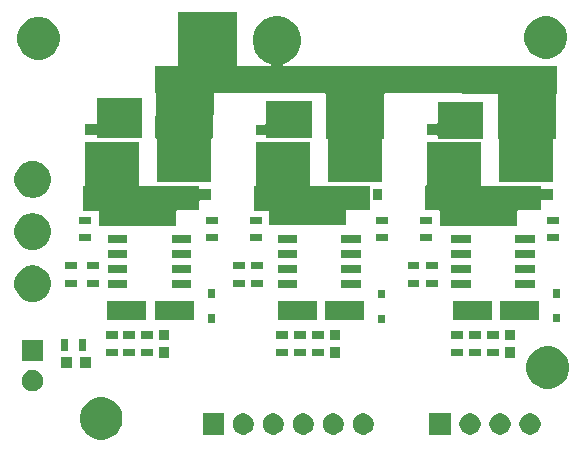
<source format=gbr>
G04 #@! TF.GenerationSoftware,KiCad,Pcbnew,(5.1.5-0-10_14)*
G04 #@! TF.CreationDate,2020-02-25T16:28:57+09:00*
G04 #@! TF.ProjectId,hbldc,68626c64-632e-46b6-9963-61645f706362,rev?*
G04 #@! TF.SameCoordinates,Original*
G04 #@! TF.FileFunction,Soldermask,Top*
G04 #@! TF.FilePolarity,Negative*
%FSLAX46Y46*%
G04 Gerber Fmt 4.6, Leading zero omitted, Abs format (unit mm)*
G04 Created by KiCad (PCBNEW (5.1.5-0-10_14)) date 2020-02-25 16:28:57*
%MOMM*%
%LPD*%
G04 APERTURE LIST*
%ADD10C,0.100000*%
G04 APERTURE END LIST*
D10*
G36*
X88345331Y-55998211D02*
G01*
X88673092Y-56133974D01*
X88968070Y-56331072D01*
X89218928Y-56581930D01*
X89416026Y-56876908D01*
X89551789Y-57204669D01*
X89621000Y-57552616D01*
X89621000Y-57907384D01*
X89551789Y-58255331D01*
X89416026Y-58583092D01*
X89218928Y-58878070D01*
X88968070Y-59128928D01*
X88673092Y-59326026D01*
X88345331Y-59461789D01*
X87997384Y-59531000D01*
X87642616Y-59531000D01*
X87294669Y-59461789D01*
X86966908Y-59326026D01*
X86671930Y-59128928D01*
X86421072Y-58878070D01*
X86223974Y-58583092D01*
X86088211Y-58255331D01*
X86019000Y-57907384D01*
X86019000Y-57552616D01*
X86088211Y-57204669D01*
X86223974Y-56876908D01*
X86421072Y-56581930D01*
X86671930Y-56331072D01*
X86966908Y-56133974D01*
X87294669Y-55998211D01*
X87642616Y-55929000D01*
X87997384Y-55929000D01*
X88345331Y-55998211D01*
G37*
G36*
X124233512Y-57303927D02*
G01*
X124382812Y-57333624D01*
X124546784Y-57401544D01*
X124694354Y-57500147D01*
X124819853Y-57625646D01*
X124918456Y-57773216D01*
X124986376Y-57937188D01*
X125021000Y-58111259D01*
X125021000Y-58288741D01*
X124986376Y-58462812D01*
X124918456Y-58626784D01*
X124819853Y-58774354D01*
X124694354Y-58899853D01*
X124546784Y-58998456D01*
X124382812Y-59066376D01*
X124233512Y-59096073D01*
X124208742Y-59101000D01*
X124031258Y-59101000D01*
X124006488Y-59096073D01*
X123857188Y-59066376D01*
X123693216Y-58998456D01*
X123545646Y-58899853D01*
X123420147Y-58774354D01*
X123321544Y-58626784D01*
X123253624Y-58462812D01*
X123219000Y-58288741D01*
X123219000Y-58111259D01*
X123253624Y-57937188D01*
X123321544Y-57773216D01*
X123420147Y-57625646D01*
X123545646Y-57500147D01*
X123693216Y-57401544D01*
X123857188Y-57333624D01*
X124006488Y-57303927D01*
X124031258Y-57299000D01*
X124208742Y-57299000D01*
X124233512Y-57303927D01*
G37*
G36*
X121693512Y-57303927D02*
G01*
X121842812Y-57333624D01*
X122006784Y-57401544D01*
X122154354Y-57500147D01*
X122279853Y-57625646D01*
X122378456Y-57773216D01*
X122446376Y-57937188D01*
X122481000Y-58111259D01*
X122481000Y-58288741D01*
X122446376Y-58462812D01*
X122378456Y-58626784D01*
X122279853Y-58774354D01*
X122154354Y-58899853D01*
X122006784Y-58998456D01*
X121842812Y-59066376D01*
X121693512Y-59096073D01*
X121668742Y-59101000D01*
X121491258Y-59101000D01*
X121466488Y-59096073D01*
X121317188Y-59066376D01*
X121153216Y-58998456D01*
X121005646Y-58899853D01*
X120880147Y-58774354D01*
X120781544Y-58626784D01*
X120713624Y-58462812D01*
X120679000Y-58288741D01*
X120679000Y-58111259D01*
X120713624Y-57937188D01*
X120781544Y-57773216D01*
X120880147Y-57625646D01*
X121005646Y-57500147D01*
X121153216Y-57401544D01*
X121317188Y-57333624D01*
X121466488Y-57303927D01*
X121491258Y-57299000D01*
X121668742Y-57299000D01*
X121693512Y-57303927D01*
G37*
G36*
X119153512Y-57303927D02*
G01*
X119302812Y-57333624D01*
X119466784Y-57401544D01*
X119614354Y-57500147D01*
X119739853Y-57625646D01*
X119838456Y-57773216D01*
X119906376Y-57937188D01*
X119941000Y-58111259D01*
X119941000Y-58288741D01*
X119906376Y-58462812D01*
X119838456Y-58626784D01*
X119739853Y-58774354D01*
X119614354Y-58899853D01*
X119466784Y-58998456D01*
X119302812Y-59066376D01*
X119153512Y-59096073D01*
X119128742Y-59101000D01*
X118951258Y-59101000D01*
X118926488Y-59096073D01*
X118777188Y-59066376D01*
X118613216Y-58998456D01*
X118465646Y-58899853D01*
X118340147Y-58774354D01*
X118241544Y-58626784D01*
X118173624Y-58462812D01*
X118139000Y-58288741D01*
X118139000Y-58111259D01*
X118173624Y-57937188D01*
X118241544Y-57773216D01*
X118340147Y-57625646D01*
X118465646Y-57500147D01*
X118613216Y-57401544D01*
X118777188Y-57333624D01*
X118926488Y-57303927D01*
X118951258Y-57299000D01*
X119128742Y-57299000D01*
X119153512Y-57303927D01*
G37*
G36*
X117401000Y-59101000D02*
G01*
X115599000Y-59101000D01*
X115599000Y-57299000D01*
X117401000Y-57299000D01*
X117401000Y-59101000D01*
G37*
G36*
X110113512Y-57303927D02*
G01*
X110262812Y-57333624D01*
X110426784Y-57401544D01*
X110574354Y-57500147D01*
X110699853Y-57625646D01*
X110798456Y-57773216D01*
X110866376Y-57937188D01*
X110901000Y-58111259D01*
X110901000Y-58288741D01*
X110866376Y-58462812D01*
X110798456Y-58626784D01*
X110699853Y-58774354D01*
X110574354Y-58899853D01*
X110426784Y-58998456D01*
X110262812Y-59066376D01*
X110113512Y-59096073D01*
X110088742Y-59101000D01*
X109911258Y-59101000D01*
X109886488Y-59096073D01*
X109737188Y-59066376D01*
X109573216Y-58998456D01*
X109425646Y-58899853D01*
X109300147Y-58774354D01*
X109201544Y-58626784D01*
X109133624Y-58462812D01*
X109099000Y-58288741D01*
X109099000Y-58111259D01*
X109133624Y-57937188D01*
X109201544Y-57773216D01*
X109300147Y-57625646D01*
X109425646Y-57500147D01*
X109573216Y-57401544D01*
X109737188Y-57333624D01*
X109886488Y-57303927D01*
X109911258Y-57299000D01*
X110088742Y-57299000D01*
X110113512Y-57303927D01*
G37*
G36*
X107573512Y-57303927D02*
G01*
X107722812Y-57333624D01*
X107886784Y-57401544D01*
X108034354Y-57500147D01*
X108159853Y-57625646D01*
X108258456Y-57773216D01*
X108326376Y-57937188D01*
X108361000Y-58111259D01*
X108361000Y-58288741D01*
X108326376Y-58462812D01*
X108258456Y-58626784D01*
X108159853Y-58774354D01*
X108034354Y-58899853D01*
X107886784Y-58998456D01*
X107722812Y-59066376D01*
X107573512Y-59096073D01*
X107548742Y-59101000D01*
X107371258Y-59101000D01*
X107346488Y-59096073D01*
X107197188Y-59066376D01*
X107033216Y-58998456D01*
X106885646Y-58899853D01*
X106760147Y-58774354D01*
X106661544Y-58626784D01*
X106593624Y-58462812D01*
X106559000Y-58288741D01*
X106559000Y-58111259D01*
X106593624Y-57937188D01*
X106661544Y-57773216D01*
X106760147Y-57625646D01*
X106885646Y-57500147D01*
X107033216Y-57401544D01*
X107197188Y-57333624D01*
X107346488Y-57303927D01*
X107371258Y-57299000D01*
X107548742Y-57299000D01*
X107573512Y-57303927D01*
G37*
G36*
X105033512Y-57303927D02*
G01*
X105182812Y-57333624D01*
X105346784Y-57401544D01*
X105494354Y-57500147D01*
X105619853Y-57625646D01*
X105718456Y-57773216D01*
X105786376Y-57937188D01*
X105821000Y-58111259D01*
X105821000Y-58288741D01*
X105786376Y-58462812D01*
X105718456Y-58626784D01*
X105619853Y-58774354D01*
X105494354Y-58899853D01*
X105346784Y-58998456D01*
X105182812Y-59066376D01*
X105033512Y-59096073D01*
X105008742Y-59101000D01*
X104831258Y-59101000D01*
X104806488Y-59096073D01*
X104657188Y-59066376D01*
X104493216Y-58998456D01*
X104345646Y-58899853D01*
X104220147Y-58774354D01*
X104121544Y-58626784D01*
X104053624Y-58462812D01*
X104019000Y-58288741D01*
X104019000Y-58111259D01*
X104053624Y-57937188D01*
X104121544Y-57773216D01*
X104220147Y-57625646D01*
X104345646Y-57500147D01*
X104493216Y-57401544D01*
X104657188Y-57333624D01*
X104806488Y-57303927D01*
X104831258Y-57299000D01*
X105008742Y-57299000D01*
X105033512Y-57303927D01*
G37*
G36*
X102493512Y-57303927D02*
G01*
X102642812Y-57333624D01*
X102806784Y-57401544D01*
X102954354Y-57500147D01*
X103079853Y-57625646D01*
X103178456Y-57773216D01*
X103246376Y-57937188D01*
X103281000Y-58111259D01*
X103281000Y-58288741D01*
X103246376Y-58462812D01*
X103178456Y-58626784D01*
X103079853Y-58774354D01*
X102954354Y-58899853D01*
X102806784Y-58998456D01*
X102642812Y-59066376D01*
X102493512Y-59096073D01*
X102468742Y-59101000D01*
X102291258Y-59101000D01*
X102266488Y-59096073D01*
X102117188Y-59066376D01*
X101953216Y-58998456D01*
X101805646Y-58899853D01*
X101680147Y-58774354D01*
X101581544Y-58626784D01*
X101513624Y-58462812D01*
X101479000Y-58288741D01*
X101479000Y-58111259D01*
X101513624Y-57937188D01*
X101581544Y-57773216D01*
X101680147Y-57625646D01*
X101805646Y-57500147D01*
X101953216Y-57401544D01*
X102117188Y-57333624D01*
X102266488Y-57303927D01*
X102291258Y-57299000D01*
X102468742Y-57299000D01*
X102493512Y-57303927D01*
G37*
G36*
X99953512Y-57303927D02*
G01*
X100102812Y-57333624D01*
X100266784Y-57401544D01*
X100414354Y-57500147D01*
X100539853Y-57625646D01*
X100638456Y-57773216D01*
X100706376Y-57937188D01*
X100741000Y-58111259D01*
X100741000Y-58288741D01*
X100706376Y-58462812D01*
X100638456Y-58626784D01*
X100539853Y-58774354D01*
X100414354Y-58899853D01*
X100266784Y-58998456D01*
X100102812Y-59066376D01*
X99953512Y-59096073D01*
X99928742Y-59101000D01*
X99751258Y-59101000D01*
X99726488Y-59096073D01*
X99577188Y-59066376D01*
X99413216Y-58998456D01*
X99265646Y-58899853D01*
X99140147Y-58774354D01*
X99041544Y-58626784D01*
X98973624Y-58462812D01*
X98939000Y-58288741D01*
X98939000Y-58111259D01*
X98973624Y-57937188D01*
X99041544Y-57773216D01*
X99140147Y-57625646D01*
X99265646Y-57500147D01*
X99413216Y-57401544D01*
X99577188Y-57333624D01*
X99726488Y-57303927D01*
X99751258Y-57299000D01*
X99928742Y-57299000D01*
X99953512Y-57303927D01*
G37*
G36*
X98201000Y-59101000D02*
G01*
X96399000Y-59101000D01*
X96399000Y-57299000D01*
X98201000Y-57299000D01*
X98201000Y-59101000D01*
G37*
G36*
X82113512Y-53643927D02*
G01*
X82262812Y-53673624D01*
X82426784Y-53741544D01*
X82574354Y-53840147D01*
X82699853Y-53965646D01*
X82798456Y-54113216D01*
X82866376Y-54277188D01*
X82901000Y-54451259D01*
X82901000Y-54628741D01*
X82866376Y-54802812D01*
X82798456Y-54966784D01*
X82699853Y-55114354D01*
X82574354Y-55239853D01*
X82426784Y-55338456D01*
X82262812Y-55406376D01*
X82113512Y-55436073D01*
X82088742Y-55441000D01*
X81911258Y-55441000D01*
X81886488Y-55436073D01*
X81737188Y-55406376D01*
X81573216Y-55338456D01*
X81425646Y-55239853D01*
X81300147Y-55114354D01*
X81201544Y-54966784D01*
X81133624Y-54802812D01*
X81099000Y-54628741D01*
X81099000Y-54451259D01*
X81133624Y-54277188D01*
X81201544Y-54113216D01*
X81300147Y-53965646D01*
X81425646Y-53840147D01*
X81573216Y-53741544D01*
X81737188Y-53673624D01*
X81886488Y-53643927D01*
X81911258Y-53639000D01*
X82088742Y-53639000D01*
X82113512Y-53643927D01*
G37*
G36*
X126145331Y-51688211D02*
G01*
X126473092Y-51823974D01*
X126768070Y-52021072D01*
X127018928Y-52271930D01*
X127216026Y-52566908D01*
X127351789Y-52894669D01*
X127421000Y-53242616D01*
X127421000Y-53597384D01*
X127351789Y-53945331D01*
X127216026Y-54273092D01*
X127018928Y-54568070D01*
X126768070Y-54818928D01*
X126473092Y-55016026D01*
X126145331Y-55151789D01*
X125797384Y-55221000D01*
X125442616Y-55221000D01*
X125094669Y-55151789D01*
X124766908Y-55016026D01*
X124471930Y-54818928D01*
X124221072Y-54568070D01*
X124023974Y-54273092D01*
X123888211Y-53945331D01*
X123819000Y-53597384D01*
X123819000Y-53242616D01*
X123888211Y-52894669D01*
X124023974Y-52566908D01*
X124221072Y-52271930D01*
X124471930Y-52021072D01*
X124766908Y-51823974D01*
X125094669Y-51688211D01*
X125442616Y-51619000D01*
X125797384Y-51619000D01*
X126145331Y-51688211D01*
G37*
G36*
X86951000Y-53451000D02*
G01*
X86049000Y-53451000D01*
X86049000Y-52549000D01*
X86951000Y-52549000D01*
X86951000Y-53451000D01*
G37*
G36*
X85351000Y-53451000D02*
G01*
X84449000Y-53451000D01*
X84449000Y-52549000D01*
X85351000Y-52549000D01*
X85351000Y-53451000D01*
G37*
G36*
X82901000Y-52901000D02*
G01*
X81099000Y-52901000D01*
X81099000Y-51099000D01*
X82901000Y-51099000D01*
X82901000Y-52901000D01*
G37*
G36*
X93556000Y-52621000D02*
G01*
X92704000Y-52621000D01*
X92704000Y-51719000D01*
X93556000Y-51719000D01*
X93556000Y-52621000D01*
G37*
G36*
X108046000Y-52621000D02*
G01*
X107194000Y-52621000D01*
X107194000Y-51719000D01*
X108046000Y-51719000D01*
X108046000Y-52621000D01*
G37*
G36*
X122896000Y-52621000D02*
G01*
X122044000Y-52621000D01*
X122044000Y-51719000D01*
X122896000Y-51719000D01*
X122896000Y-52621000D01*
G37*
G36*
X105141000Y-52471000D02*
G01*
X104139000Y-52471000D01*
X104139000Y-51869000D01*
X105141000Y-51869000D01*
X105141000Y-52471000D01*
G37*
G36*
X118451000Y-52471000D02*
G01*
X117449000Y-52471000D01*
X117449000Y-51869000D01*
X118451000Y-51869000D01*
X118451000Y-52471000D01*
G37*
G36*
X103625000Y-52471000D02*
G01*
X102623000Y-52471000D01*
X102623000Y-51869000D01*
X103625000Y-51869000D01*
X103625000Y-52471000D01*
G37*
G36*
X92201000Y-52471000D02*
G01*
X91199000Y-52471000D01*
X91199000Y-51869000D01*
X92201000Y-51869000D01*
X92201000Y-52471000D01*
G37*
G36*
X90701000Y-52471000D02*
G01*
X89699000Y-52471000D01*
X89699000Y-51869000D01*
X90701000Y-51869000D01*
X90701000Y-52471000D01*
G37*
G36*
X89211000Y-52471000D02*
G01*
X88209000Y-52471000D01*
X88209000Y-51869000D01*
X89211000Y-51869000D01*
X89211000Y-52471000D01*
G37*
G36*
X119971000Y-52471000D02*
G01*
X118969000Y-52471000D01*
X118969000Y-51869000D01*
X119971000Y-51869000D01*
X119971000Y-52471000D01*
G37*
G36*
X121501000Y-52471000D02*
G01*
X120499000Y-52471000D01*
X120499000Y-51869000D01*
X121501000Y-51869000D01*
X121501000Y-52471000D01*
G37*
G36*
X106661000Y-52471000D02*
G01*
X105659000Y-52471000D01*
X105659000Y-51869000D01*
X106661000Y-51869000D01*
X106661000Y-52471000D01*
G37*
G36*
X86551000Y-52001000D02*
G01*
X85949000Y-52001000D01*
X85949000Y-50999000D01*
X86551000Y-50999000D01*
X86551000Y-52001000D01*
G37*
G36*
X85051000Y-52001000D02*
G01*
X84449000Y-52001000D01*
X84449000Y-50999000D01*
X85051000Y-50999000D01*
X85051000Y-52001000D01*
G37*
G36*
X93556000Y-51121000D02*
G01*
X92704000Y-51121000D01*
X92704000Y-50219000D01*
X93556000Y-50219000D01*
X93556000Y-51121000D01*
G37*
G36*
X108046000Y-51121000D02*
G01*
X107194000Y-51121000D01*
X107194000Y-50219000D01*
X108046000Y-50219000D01*
X108046000Y-51121000D01*
G37*
G36*
X122896000Y-51121000D02*
G01*
X122044000Y-51121000D01*
X122044000Y-50219000D01*
X122896000Y-50219000D01*
X122896000Y-51121000D01*
G37*
G36*
X119971000Y-50971000D02*
G01*
X118969000Y-50971000D01*
X118969000Y-50369000D01*
X119971000Y-50369000D01*
X119971000Y-50971000D01*
G37*
G36*
X105141000Y-50971000D02*
G01*
X104139000Y-50971000D01*
X104139000Y-50369000D01*
X105141000Y-50369000D01*
X105141000Y-50971000D01*
G37*
G36*
X92201000Y-50971000D02*
G01*
X91199000Y-50971000D01*
X91199000Y-50369000D01*
X92201000Y-50369000D01*
X92201000Y-50971000D01*
G37*
G36*
X106661000Y-50971000D02*
G01*
X105659000Y-50971000D01*
X105659000Y-50369000D01*
X106661000Y-50369000D01*
X106661000Y-50971000D01*
G37*
G36*
X90701000Y-50971000D02*
G01*
X89699000Y-50971000D01*
X89699000Y-50369000D01*
X90701000Y-50369000D01*
X90701000Y-50971000D01*
G37*
G36*
X103625000Y-50971000D02*
G01*
X102623000Y-50971000D01*
X102623000Y-50369000D01*
X103625000Y-50369000D01*
X103625000Y-50971000D01*
G37*
G36*
X89211000Y-50971000D02*
G01*
X88209000Y-50971000D01*
X88209000Y-50369000D01*
X89211000Y-50369000D01*
X89211000Y-50971000D01*
G37*
G36*
X118451000Y-50971000D02*
G01*
X117449000Y-50971000D01*
X117449000Y-50369000D01*
X118451000Y-50369000D01*
X118451000Y-50971000D01*
G37*
G36*
X121501000Y-50971000D02*
G01*
X120499000Y-50971000D01*
X120499000Y-50369000D01*
X121501000Y-50369000D01*
X121501000Y-50971000D01*
G37*
G36*
X111816000Y-49641000D02*
G01*
X111264000Y-49641000D01*
X111264000Y-48939000D01*
X111816000Y-48939000D01*
X111816000Y-49641000D01*
G37*
G36*
X97436000Y-49611000D02*
G01*
X96884000Y-49611000D01*
X96884000Y-48909000D01*
X97436000Y-48909000D01*
X97436000Y-49611000D01*
G37*
G36*
X126666000Y-49601000D02*
G01*
X126114000Y-49601000D01*
X126114000Y-48899000D01*
X126666000Y-48899000D01*
X126666000Y-49601000D01*
G37*
G36*
X110077000Y-49411000D02*
G01*
X106775000Y-49411000D01*
X106775000Y-47809000D01*
X110077000Y-47809000D01*
X110077000Y-49411000D01*
G37*
G36*
X106077000Y-49411000D02*
G01*
X102775000Y-49411000D01*
X102775000Y-47809000D01*
X106077000Y-47809000D01*
X106077000Y-49411000D01*
G37*
G36*
X120901000Y-49411000D02*
G01*
X117599000Y-49411000D01*
X117599000Y-47809000D01*
X120901000Y-47809000D01*
X120901000Y-49411000D01*
G37*
G36*
X124901000Y-49411000D02*
G01*
X121599000Y-49411000D01*
X121599000Y-47809000D01*
X124901000Y-47809000D01*
X124901000Y-49411000D01*
G37*
G36*
X95651000Y-49401000D02*
G01*
X92349000Y-49401000D01*
X92349000Y-47799000D01*
X95651000Y-47799000D01*
X95651000Y-49401000D01*
G37*
G36*
X91651000Y-49401000D02*
G01*
X88349000Y-49401000D01*
X88349000Y-47799000D01*
X91651000Y-47799000D01*
X91651000Y-49401000D01*
G37*
G36*
X82332585Y-44808802D02*
G01*
X82482410Y-44838604D01*
X82764674Y-44955521D01*
X83018705Y-45125259D01*
X83234741Y-45341295D01*
X83404479Y-45595326D01*
X83521396Y-45877590D01*
X83581000Y-46177240D01*
X83581000Y-46482760D01*
X83521396Y-46782410D01*
X83404479Y-47064674D01*
X83234741Y-47318705D01*
X83018705Y-47534741D01*
X82764674Y-47704479D01*
X82482410Y-47821396D01*
X82332585Y-47851198D01*
X82182761Y-47881000D01*
X81877239Y-47881000D01*
X81727415Y-47851198D01*
X81577590Y-47821396D01*
X81295326Y-47704479D01*
X81041295Y-47534741D01*
X80825259Y-47318705D01*
X80655521Y-47064674D01*
X80538604Y-46782410D01*
X80479000Y-46482760D01*
X80479000Y-46177240D01*
X80538604Y-45877590D01*
X80655521Y-45595326D01*
X80825259Y-45341295D01*
X81041295Y-45125259D01*
X81295326Y-44955521D01*
X81577590Y-44838604D01*
X81727415Y-44808802D01*
X81877239Y-44779000D01*
X82182761Y-44779000D01*
X82332585Y-44808802D01*
G37*
G36*
X111816000Y-47541000D02*
G01*
X111264000Y-47541000D01*
X111264000Y-46839000D01*
X111816000Y-46839000D01*
X111816000Y-47541000D01*
G37*
G36*
X97436000Y-47511000D02*
G01*
X96884000Y-47511000D01*
X96884000Y-46809000D01*
X97436000Y-46809000D01*
X97436000Y-47511000D01*
G37*
G36*
X126666000Y-47501000D02*
G01*
X126114000Y-47501000D01*
X126114000Y-46799000D01*
X126666000Y-46799000D01*
X126666000Y-47501000D01*
G37*
G36*
X104416000Y-46726000D02*
G01*
X102764000Y-46726000D01*
X102764000Y-46024000D01*
X104416000Y-46024000D01*
X104416000Y-46726000D01*
G37*
G36*
X124526000Y-46726000D02*
G01*
X122874000Y-46726000D01*
X122874000Y-46024000D01*
X124526000Y-46024000D01*
X124526000Y-46726000D01*
G37*
G36*
X119126000Y-46726000D02*
G01*
X117474000Y-46726000D01*
X117474000Y-46024000D01*
X119126000Y-46024000D01*
X119126000Y-46726000D01*
G37*
G36*
X109816000Y-46726000D02*
G01*
X108164000Y-46726000D01*
X108164000Y-46024000D01*
X109816000Y-46024000D01*
X109816000Y-46726000D01*
G37*
G36*
X95436000Y-46726000D02*
G01*
X93784000Y-46726000D01*
X93784000Y-46024000D01*
X95436000Y-46024000D01*
X95436000Y-46726000D01*
G37*
G36*
X90036000Y-46726000D02*
G01*
X88384000Y-46726000D01*
X88384000Y-46024000D01*
X90036000Y-46024000D01*
X90036000Y-46726000D01*
G37*
G36*
X85741000Y-46621000D02*
G01*
X84739000Y-46621000D01*
X84739000Y-46019000D01*
X85741000Y-46019000D01*
X85741000Y-46621000D01*
G37*
G36*
X116301000Y-46621000D02*
G01*
X115299000Y-46621000D01*
X115299000Y-46019000D01*
X116301000Y-46019000D01*
X116301000Y-46621000D01*
G37*
G36*
X87601000Y-46621000D02*
G01*
X86599000Y-46621000D01*
X86599000Y-46019000D01*
X87601000Y-46019000D01*
X87601000Y-46621000D01*
G37*
G36*
X114761000Y-46621000D02*
G01*
X113759000Y-46621000D01*
X113759000Y-46019000D01*
X114761000Y-46019000D01*
X114761000Y-46621000D01*
G37*
G36*
X100011000Y-46611000D02*
G01*
X99009000Y-46611000D01*
X99009000Y-46009000D01*
X100011000Y-46009000D01*
X100011000Y-46611000D01*
G37*
G36*
X101501000Y-46611000D02*
G01*
X100499000Y-46611000D01*
X100499000Y-46009000D01*
X101501000Y-46009000D01*
X101501000Y-46611000D01*
G37*
G36*
X90036000Y-45456000D02*
G01*
X88384000Y-45456000D01*
X88384000Y-44754000D01*
X90036000Y-44754000D01*
X90036000Y-45456000D01*
G37*
G36*
X95436000Y-45456000D02*
G01*
X93784000Y-45456000D01*
X93784000Y-44754000D01*
X95436000Y-44754000D01*
X95436000Y-45456000D01*
G37*
G36*
X109816000Y-45456000D02*
G01*
X108164000Y-45456000D01*
X108164000Y-44754000D01*
X109816000Y-44754000D01*
X109816000Y-45456000D01*
G37*
G36*
X104416000Y-45456000D02*
G01*
X102764000Y-45456000D01*
X102764000Y-44754000D01*
X104416000Y-44754000D01*
X104416000Y-45456000D01*
G37*
G36*
X119126000Y-45456000D02*
G01*
X117474000Y-45456000D01*
X117474000Y-44754000D01*
X119126000Y-44754000D01*
X119126000Y-45456000D01*
G37*
G36*
X124526000Y-45456000D02*
G01*
X122874000Y-45456000D01*
X122874000Y-44754000D01*
X124526000Y-44754000D01*
X124526000Y-45456000D01*
G37*
G36*
X85741000Y-45121000D02*
G01*
X84739000Y-45121000D01*
X84739000Y-44519000D01*
X85741000Y-44519000D01*
X85741000Y-45121000D01*
G37*
G36*
X116301000Y-45121000D02*
G01*
X115299000Y-45121000D01*
X115299000Y-44519000D01*
X116301000Y-44519000D01*
X116301000Y-45121000D01*
G37*
G36*
X114761000Y-45121000D02*
G01*
X113759000Y-45121000D01*
X113759000Y-44519000D01*
X114761000Y-44519000D01*
X114761000Y-45121000D01*
G37*
G36*
X87601000Y-45121000D02*
G01*
X86599000Y-45121000D01*
X86599000Y-44519000D01*
X87601000Y-44519000D01*
X87601000Y-45121000D01*
G37*
G36*
X101501000Y-45111000D02*
G01*
X100499000Y-45111000D01*
X100499000Y-44509000D01*
X101501000Y-44509000D01*
X101501000Y-45111000D01*
G37*
G36*
X100011000Y-45111000D02*
G01*
X99009000Y-45111000D01*
X99009000Y-44509000D01*
X100011000Y-44509000D01*
X100011000Y-45111000D01*
G37*
G36*
X119126000Y-44186000D02*
G01*
X117474000Y-44186000D01*
X117474000Y-43484000D01*
X119126000Y-43484000D01*
X119126000Y-44186000D01*
G37*
G36*
X124526000Y-44186000D02*
G01*
X122874000Y-44186000D01*
X122874000Y-43484000D01*
X124526000Y-43484000D01*
X124526000Y-44186000D01*
G37*
G36*
X109816000Y-44186000D02*
G01*
X108164000Y-44186000D01*
X108164000Y-43484000D01*
X109816000Y-43484000D01*
X109816000Y-44186000D01*
G37*
G36*
X104416000Y-44186000D02*
G01*
X102764000Y-44186000D01*
X102764000Y-43484000D01*
X104416000Y-43484000D01*
X104416000Y-44186000D01*
G37*
G36*
X95436000Y-44186000D02*
G01*
X93784000Y-44186000D01*
X93784000Y-43484000D01*
X95436000Y-43484000D01*
X95436000Y-44186000D01*
G37*
G36*
X90036000Y-44186000D02*
G01*
X88384000Y-44186000D01*
X88384000Y-43484000D01*
X90036000Y-43484000D01*
X90036000Y-44186000D01*
G37*
G36*
X82332585Y-40388802D02*
G01*
X82482410Y-40418604D01*
X82764674Y-40535521D01*
X83018705Y-40705259D01*
X83234741Y-40921295D01*
X83404479Y-41175326D01*
X83521396Y-41457590D01*
X83581000Y-41757240D01*
X83581000Y-42062760D01*
X83521396Y-42362410D01*
X83404479Y-42644674D01*
X83234741Y-42898705D01*
X83018705Y-43114741D01*
X82764674Y-43284479D01*
X82482410Y-43401396D01*
X82332585Y-43431198D01*
X82182761Y-43461000D01*
X81877239Y-43461000D01*
X81727415Y-43431198D01*
X81577590Y-43401396D01*
X81295326Y-43284479D01*
X81041295Y-43114741D01*
X80825259Y-42898705D01*
X80655521Y-42644674D01*
X80538604Y-42362410D01*
X80479000Y-42062760D01*
X80479000Y-41757240D01*
X80538604Y-41457590D01*
X80655521Y-41175326D01*
X80825259Y-40921295D01*
X81041295Y-40705259D01*
X81295326Y-40535521D01*
X81577590Y-40418604D01*
X81727415Y-40388802D01*
X81877239Y-40359000D01*
X82182761Y-40359000D01*
X82332585Y-40388802D01*
G37*
G36*
X104416000Y-42916000D02*
G01*
X102764000Y-42916000D01*
X102764000Y-42214000D01*
X104416000Y-42214000D01*
X104416000Y-42916000D01*
G37*
G36*
X90036000Y-42916000D02*
G01*
X88384000Y-42916000D01*
X88384000Y-42214000D01*
X90036000Y-42214000D01*
X90036000Y-42916000D01*
G37*
G36*
X124526000Y-42916000D02*
G01*
X122874000Y-42916000D01*
X122874000Y-42214000D01*
X124526000Y-42214000D01*
X124526000Y-42916000D01*
G37*
G36*
X119126000Y-42916000D02*
G01*
X117474000Y-42916000D01*
X117474000Y-42214000D01*
X119126000Y-42214000D01*
X119126000Y-42916000D01*
G37*
G36*
X95436000Y-42916000D02*
G01*
X93784000Y-42916000D01*
X93784000Y-42214000D01*
X95436000Y-42214000D01*
X95436000Y-42916000D01*
G37*
G36*
X109816000Y-42916000D02*
G01*
X108164000Y-42916000D01*
X108164000Y-42214000D01*
X109816000Y-42214000D01*
X109816000Y-42916000D01*
G37*
G36*
X115851000Y-42751000D02*
G01*
X114849000Y-42751000D01*
X114849000Y-42149000D01*
X115851000Y-42149000D01*
X115851000Y-42751000D01*
G37*
G36*
X112111000Y-42751000D02*
G01*
X111109000Y-42751000D01*
X111109000Y-42149000D01*
X112111000Y-42149000D01*
X112111000Y-42751000D01*
G37*
G36*
X101401000Y-42751000D02*
G01*
X100399000Y-42751000D01*
X100399000Y-42149000D01*
X101401000Y-42149000D01*
X101401000Y-42751000D01*
G37*
G36*
X97721000Y-42751000D02*
G01*
X96719000Y-42751000D01*
X96719000Y-42149000D01*
X97721000Y-42149000D01*
X97721000Y-42751000D01*
G37*
G36*
X126601000Y-42751000D02*
G01*
X125599000Y-42751000D01*
X125599000Y-42149000D01*
X126601000Y-42149000D01*
X126601000Y-42751000D01*
G37*
G36*
X86981000Y-42751000D02*
G01*
X85979000Y-42751000D01*
X85979000Y-42149000D01*
X86981000Y-42149000D01*
X86981000Y-42751000D01*
G37*
G36*
X119981000Y-37935001D02*
G01*
X119983402Y-37959387D01*
X119990515Y-37982836D01*
X120002066Y-38004447D01*
X120017611Y-38023389D01*
X120036553Y-38038934D01*
X120058164Y-38050485D01*
X120081613Y-38057598D01*
X120105999Y-38060000D01*
X125030000Y-38060000D01*
X125030000Y-38224001D01*
X125032402Y-38248387D01*
X125039515Y-38271836D01*
X125051066Y-38293447D01*
X125066611Y-38312389D01*
X125085553Y-38327934D01*
X125107164Y-38339485D01*
X125130613Y-38346598D01*
X125154999Y-38349000D01*
X126081000Y-38349000D01*
X126081000Y-39251000D01*
X125154999Y-39251000D01*
X125130613Y-39253402D01*
X125107164Y-39260515D01*
X125085553Y-39272066D01*
X125066611Y-39287611D01*
X125051066Y-39306553D01*
X125039515Y-39328164D01*
X125032402Y-39351613D01*
X125030000Y-39375999D01*
X125030000Y-40120000D01*
X123154999Y-40120000D01*
X123130613Y-40122402D01*
X123107164Y-40129515D01*
X123085553Y-40141066D01*
X123066611Y-40156611D01*
X123051066Y-40175553D01*
X123039515Y-40197164D01*
X123032402Y-40220613D01*
X123030000Y-40244999D01*
X123030000Y-41400000D01*
X116530000Y-41400000D01*
X116530000Y-40244999D01*
X116527598Y-40220613D01*
X116520485Y-40197164D01*
X116508934Y-40175553D01*
X116493389Y-40156611D01*
X116474447Y-40141066D01*
X116452836Y-40129515D01*
X116429387Y-40122402D01*
X116405001Y-40120000D01*
X115230000Y-40120000D01*
X115230000Y-38060000D01*
X115254001Y-38060000D01*
X115278387Y-38057598D01*
X115301836Y-38050485D01*
X115323447Y-38038934D01*
X115342389Y-38023389D01*
X115357934Y-38004447D01*
X115369485Y-37982836D01*
X115376598Y-37959387D01*
X115379000Y-37935001D01*
X115379000Y-34334000D01*
X119981000Y-34334000D01*
X119981000Y-37935001D01*
G37*
G36*
X91051000Y-37955001D02*
G01*
X91053402Y-37979387D01*
X91060515Y-38002836D01*
X91072066Y-38024447D01*
X91087611Y-38043389D01*
X91106553Y-38058934D01*
X91128164Y-38070485D01*
X91151613Y-38077598D01*
X91175999Y-38080000D01*
X96100000Y-38080000D01*
X96100000Y-38224001D01*
X96102402Y-38248387D01*
X96109515Y-38271836D01*
X96121066Y-38293447D01*
X96136611Y-38312389D01*
X96155553Y-38327934D01*
X96177164Y-38339485D01*
X96200613Y-38346598D01*
X96224999Y-38349000D01*
X97151000Y-38349000D01*
X97151000Y-39251000D01*
X96224999Y-39251000D01*
X96200613Y-39253402D01*
X96177164Y-39260515D01*
X96155553Y-39272066D01*
X96136611Y-39287611D01*
X96121066Y-39306553D01*
X96109515Y-39328164D01*
X96102402Y-39351613D01*
X96100000Y-39375999D01*
X96100000Y-40120000D01*
X94244999Y-40120000D01*
X94220613Y-40122402D01*
X94197164Y-40129515D01*
X94175553Y-40141066D01*
X94156611Y-40156611D01*
X94141066Y-40175553D01*
X94129515Y-40197164D01*
X94122402Y-40220613D01*
X94120000Y-40244999D01*
X94120000Y-41400000D01*
X87620000Y-41400000D01*
X87620000Y-40254999D01*
X87617598Y-40230613D01*
X87610485Y-40207164D01*
X87598934Y-40185553D01*
X87583389Y-40166611D01*
X87564447Y-40151066D01*
X87542836Y-40139515D01*
X87519387Y-40132402D01*
X87495001Y-40130000D01*
X86300000Y-40130000D01*
X86300000Y-38080000D01*
X86324001Y-38080000D01*
X86348387Y-38077598D01*
X86371836Y-38070485D01*
X86393447Y-38058934D01*
X86412389Y-38043389D01*
X86427934Y-38024447D01*
X86439485Y-38002836D01*
X86446598Y-37979387D01*
X86449000Y-37955001D01*
X86449000Y-34344000D01*
X91051000Y-34344000D01*
X91051000Y-37955001D01*
G37*
G36*
X105511000Y-37930020D02*
G01*
X105513402Y-37954406D01*
X105520515Y-37977855D01*
X105532066Y-37999466D01*
X105547611Y-38018408D01*
X105566553Y-38033953D01*
X105588164Y-38045504D01*
X105611613Y-38052617D01*
X105636126Y-38055019D01*
X110553865Y-38050006D01*
X110553868Y-38050006D01*
X110560000Y-38050000D01*
X110560000Y-40110000D01*
X108634999Y-40110000D01*
X108610613Y-40112402D01*
X108587164Y-40119515D01*
X108565553Y-40131066D01*
X108546611Y-40146611D01*
X108531066Y-40165553D01*
X108519515Y-40187164D01*
X108512402Y-40210613D01*
X108510000Y-40234999D01*
X108510000Y-41380000D01*
X102030000Y-41380000D01*
X102030000Y-40254999D01*
X102027598Y-40230613D01*
X102020485Y-40207164D01*
X102008934Y-40185553D01*
X101993389Y-40166611D01*
X101974447Y-40151066D01*
X101952836Y-40139515D01*
X101929387Y-40132402D01*
X101905001Y-40130000D01*
X100750000Y-40130000D01*
X100750000Y-38060000D01*
X100770800Y-38059979D01*
X100784129Y-38059965D01*
X100808513Y-38057538D01*
X100831954Y-38050401D01*
X100853553Y-38038828D01*
X100872479Y-38023263D01*
X100888005Y-38004305D01*
X100899534Y-37982683D01*
X100906623Y-37959226D01*
X100909000Y-37934966D01*
X100909000Y-34354000D01*
X105511000Y-34354000D01*
X105511000Y-37930020D01*
G37*
G36*
X101401000Y-41251000D02*
G01*
X100399000Y-41251000D01*
X100399000Y-40649000D01*
X101401000Y-40649000D01*
X101401000Y-41251000D01*
G37*
G36*
X126601000Y-41251000D02*
G01*
X125599000Y-41251000D01*
X125599000Y-40649000D01*
X126601000Y-40649000D01*
X126601000Y-41251000D01*
G37*
G36*
X115851000Y-41251000D02*
G01*
X114849000Y-41251000D01*
X114849000Y-40649000D01*
X115851000Y-40649000D01*
X115851000Y-41251000D01*
G37*
G36*
X112111000Y-41251000D02*
G01*
X111109000Y-41251000D01*
X111109000Y-40649000D01*
X112111000Y-40649000D01*
X112111000Y-41251000D01*
G37*
G36*
X97721000Y-41251000D02*
G01*
X96719000Y-41251000D01*
X96719000Y-40649000D01*
X97721000Y-40649000D01*
X97721000Y-41251000D01*
G37*
G36*
X86981000Y-41251000D02*
G01*
X85979000Y-41251000D01*
X85979000Y-40649000D01*
X86981000Y-40649000D01*
X86981000Y-41251000D01*
G37*
G36*
X111621000Y-39251000D02*
G01*
X110819000Y-39251000D01*
X110819000Y-38349000D01*
X111621000Y-38349000D01*
X111621000Y-39251000D01*
G37*
G36*
X82332585Y-35968802D02*
G01*
X82482410Y-35998604D01*
X82764674Y-36115521D01*
X83018705Y-36285259D01*
X83234741Y-36501295D01*
X83404479Y-36755326D01*
X83521396Y-37037590D01*
X83581000Y-37337240D01*
X83581000Y-37642760D01*
X83521396Y-37942410D01*
X83404479Y-38224674D01*
X83234741Y-38478705D01*
X83018705Y-38694741D01*
X82764674Y-38864479D01*
X82482410Y-38981396D01*
X82332585Y-39011198D01*
X82182761Y-39041000D01*
X81877239Y-39041000D01*
X81727415Y-39011198D01*
X81577590Y-38981396D01*
X81295326Y-38864479D01*
X81041295Y-38694741D01*
X80825259Y-38478705D01*
X80655521Y-38224674D01*
X80538604Y-37942410D01*
X80479000Y-37642760D01*
X80479000Y-37337240D01*
X80538604Y-37037590D01*
X80655521Y-36755326D01*
X80825259Y-36501295D01*
X81041295Y-36285259D01*
X81295326Y-36115521D01*
X81577590Y-35998604D01*
X81727415Y-35968802D01*
X81877239Y-35939000D01*
X82182761Y-35939000D01*
X82332585Y-35968802D01*
G37*
G36*
X99340000Y-27802917D02*
G01*
X99342402Y-27827303D01*
X99349515Y-27850752D01*
X99361066Y-27872363D01*
X99376611Y-27891305D01*
X99395553Y-27906850D01*
X99417164Y-27918401D01*
X99440613Y-27925514D01*
X99465031Y-27927916D01*
X102040001Y-27927158D01*
X102064386Y-27924749D01*
X102087833Y-27917629D01*
X102109440Y-27906071D01*
X102128378Y-27890521D01*
X102143917Y-27871574D01*
X102155462Y-27849960D01*
X102162568Y-27826509D01*
X102164963Y-27802122D01*
X102162554Y-27777737D01*
X102155434Y-27754290D01*
X102143876Y-27732683D01*
X102128326Y-27713745D01*
X102109379Y-27698206D01*
X102087799Y-27686675D01*
X101728371Y-27537795D01*
X101728370Y-27537795D01*
X101728369Y-27537794D01*
X101392404Y-27313310D01*
X101106690Y-27027596D01*
X100882206Y-26691631D01*
X100727579Y-26318328D01*
X100727578Y-26318326D01*
X100648750Y-25922032D01*
X100648750Y-25517968D01*
X100727578Y-25121674D01*
X100882205Y-24748371D01*
X100916592Y-24696907D01*
X101106690Y-24412404D01*
X101392404Y-24126690D01*
X101728369Y-23902206D01*
X101776653Y-23882206D01*
X102101674Y-23747578D01*
X102497968Y-23668750D01*
X102902032Y-23668750D01*
X103298326Y-23747578D01*
X103623347Y-23882206D01*
X103671631Y-23902206D01*
X104007596Y-24126690D01*
X104293310Y-24412404D01*
X104483408Y-24696907D01*
X104517795Y-24748371D01*
X104672422Y-25121674D01*
X104751250Y-25517968D01*
X104751250Y-25922032D01*
X104672422Y-26318326D01*
X104672421Y-26318328D01*
X104517794Y-26691631D01*
X104293310Y-27027596D01*
X104007596Y-27313310D01*
X103671631Y-27537794D01*
X103671630Y-27537795D01*
X103671629Y-27537795D01*
X103313139Y-27686286D01*
X103291528Y-27697837D01*
X103272586Y-27713382D01*
X103257041Y-27732324D01*
X103245490Y-27753935D01*
X103238377Y-27777384D01*
X103235975Y-27801770D01*
X103238377Y-27826156D01*
X103245490Y-27849605D01*
X103257041Y-27871216D01*
X103272586Y-27890158D01*
X103291528Y-27905703D01*
X103313139Y-27917254D01*
X103336588Y-27924367D01*
X103361011Y-27926769D01*
X118077747Y-27922440D01*
X126370000Y-27920000D01*
X126370000Y-30240000D01*
X126369319Y-30239999D01*
X126364759Y-30248530D01*
X126355382Y-30271169D01*
X126350000Y-30307452D01*
X126350000Y-34040000D01*
X126195999Y-34040000D01*
X126171613Y-34042402D01*
X126148164Y-34049515D01*
X126126553Y-34061066D01*
X126107611Y-34076611D01*
X126092066Y-34095553D01*
X126080515Y-34117164D01*
X126073402Y-34140613D01*
X126071000Y-34164999D01*
X126071000Y-37746000D01*
X121469000Y-37746000D01*
X121469000Y-34105581D01*
X121466598Y-34081195D01*
X121454241Y-34046659D01*
X121450682Y-34040000D01*
X121450000Y-34040000D01*
X121450000Y-30356094D01*
X121447598Y-30331708D01*
X121440485Y-30308259D01*
X121428934Y-30286648D01*
X121413389Y-30267706D01*
X121394447Y-30252161D01*
X121372836Y-30240610D01*
X121349387Y-30233497D01*
X121325222Y-30231095D01*
X115471195Y-30220761D01*
X111885219Y-30214431D01*
X111860829Y-30216790D01*
X111837368Y-30223862D01*
X111815737Y-30235375D01*
X111796768Y-30250886D01*
X111781189Y-30269801D01*
X111769600Y-30291391D01*
X111762445Y-30314828D01*
X111760000Y-30339430D01*
X111760000Y-34040000D01*
X111735999Y-34040000D01*
X111711613Y-34042402D01*
X111688164Y-34049515D01*
X111666553Y-34061066D01*
X111647611Y-34076611D01*
X111632066Y-34095553D01*
X111620515Y-34117164D01*
X111613402Y-34140613D01*
X111611000Y-34164999D01*
X111611000Y-37746000D01*
X107009000Y-37746000D01*
X107009000Y-34164999D01*
X107006598Y-34140613D01*
X106999485Y-34117164D01*
X106987934Y-34095553D01*
X106972389Y-34076611D01*
X106953447Y-34061066D01*
X106931836Y-34049515D01*
X106908387Y-34042402D01*
X106884001Y-34040000D01*
X106860000Y-34040000D01*
X106860000Y-30330339D01*
X106857598Y-30305953D01*
X106850485Y-30282504D01*
X106838934Y-30260893D01*
X106823389Y-30241951D01*
X106804447Y-30226406D01*
X106782836Y-30214855D01*
X106759387Y-30207742D01*
X106735224Y-30205340D01*
X101843628Y-30196705D01*
X97476134Y-30188996D01*
X97451743Y-30191355D01*
X97428282Y-30198427D01*
X97406651Y-30209940D01*
X97387682Y-30225451D01*
X97372103Y-30244366D01*
X97360514Y-30265956D01*
X97353359Y-30289393D01*
X97350931Y-30311941D01*
X97294420Y-33751000D01*
X97290000Y-34020000D01*
X97273563Y-34020034D01*
X97265741Y-34020050D01*
X97241360Y-34022502D01*
X97217926Y-34029664D01*
X97196339Y-34041259D01*
X97177429Y-34056844D01*
X97161923Y-34075818D01*
X97150417Y-34097452D01*
X97143352Y-34120916D01*
X97141000Y-34145049D01*
X97141000Y-37746000D01*
X92539000Y-37746000D01*
X92539000Y-34154991D01*
X92536598Y-34130605D01*
X92529485Y-34107156D01*
X92517934Y-34085545D01*
X92502389Y-34066603D01*
X92483447Y-34051058D01*
X92461836Y-34039507D01*
X92438387Y-34032394D01*
X92422231Y-34030820D01*
X92422254Y-34030577D01*
X92416141Y-34029987D01*
X92410000Y-34030000D01*
X92453734Y-30295134D01*
X92451618Y-30270723D01*
X92444780Y-30247192D01*
X92433483Y-30225448D01*
X92418161Y-30206325D01*
X92399402Y-30190559D01*
X92387861Y-30183536D01*
X92381278Y-30180002D01*
X92380000Y-30180000D01*
X92380000Y-27930000D01*
X92386128Y-27929998D01*
X92386130Y-27929998D01*
X94225038Y-27929457D01*
X94249423Y-27927048D01*
X94272870Y-27919928D01*
X94294477Y-27908370D01*
X94313415Y-27892820D01*
X94328954Y-27873873D01*
X94340499Y-27852259D01*
X94347605Y-27828808D01*
X94350000Y-27804458D01*
X94350000Y-23290000D01*
X99340000Y-23290000D01*
X99340000Y-27802917D01*
G37*
G36*
X120150000Y-34050000D02*
G01*
X116300000Y-34050000D01*
X116300000Y-33855999D01*
X116297598Y-33831613D01*
X116290485Y-33808164D01*
X116278934Y-33786553D01*
X116263389Y-33767611D01*
X116244447Y-33752066D01*
X116222836Y-33740515D01*
X116199387Y-33733402D01*
X116175001Y-33731000D01*
X115369000Y-33731000D01*
X115369000Y-32829000D01*
X116175001Y-32829000D01*
X116199387Y-32826598D01*
X116222836Y-32819485D01*
X116244447Y-32807934D01*
X116263389Y-32792389D01*
X116278934Y-32773447D01*
X116290485Y-32751836D01*
X116297598Y-32728387D01*
X116300000Y-32704001D01*
X116300000Y-30900000D01*
X120150000Y-30900000D01*
X120150000Y-34050000D01*
G37*
G36*
X105640000Y-34030000D02*
G01*
X101800000Y-34030000D01*
X101800000Y-33875999D01*
X101797598Y-33851613D01*
X101790485Y-33828164D01*
X101778934Y-33806553D01*
X101763389Y-33787611D01*
X101744447Y-33772066D01*
X101722836Y-33760515D01*
X101699387Y-33753402D01*
X101675001Y-33751000D01*
X100899000Y-33751000D01*
X100899000Y-32849000D01*
X101675001Y-32849000D01*
X101699387Y-32846598D01*
X101722836Y-32839485D01*
X101744447Y-32827934D01*
X101763389Y-32812389D01*
X101778934Y-32793447D01*
X101790485Y-32771836D01*
X101797598Y-32748387D01*
X101800000Y-32724001D01*
X101800000Y-30890000D01*
X105630000Y-30890000D01*
X105640000Y-34030000D01*
G37*
G36*
X91299982Y-30596236D02*
G01*
X91299982Y-30596237D01*
X91290031Y-34019532D01*
X91290000Y-34030000D01*
X87490000Y-34030000D01*
X87489981Y-34023425D01*
X87489522Y-33865635D01*
X87487050Y-33841256D01*
X87479868Y-33817828D01*
X87468254Y-33796251D01*
X87452654Y-33777355D01*
X87433667Y-33761865D01*
X87412023Y-33750376D01*
X87388553Y-33743331D01*
X87364524Y-33741000D01*
X86439000Y-33741000D01*
X86439000Y-32839000D01*
X87361175Y-32839000D01*
X87385561Y-32836598D01*
X87409010Y-32829485D01*
X87430621Y-32817934D01*
X87449563Y-32802389D01*
X87465108Y-32783447D01*
X87476659Y-32761836D01*
X87483772Y-32738387D01*
X87486173Y-32713638D01*
X87480018Y-30596147D01*
X87480000Y-30590000D01*
X91300000Y-30590000D01*
X91299982Y-30596236D01*
G37*
G36*
X83035331Y-23818211D02*
G01*
X83363092Y-23953974D01*
X83658070Y-24151072D01*
X83908928Y-24401930D01*
X84106026Y-24696908D01*
X84241789Y-25024669D01*
X84311000Y-25372616D01*
X84311000Y-25727384D01*
X84241789Y-26075331D01*
X84106026Y-26403092D01*
X83908928Y-26698070D01*
X83658070Y-26948928D01*
X83363092Y-27146026D01*
X83035331Y-27281789D01*
X82687384Y-27351000D01*
X82332616Y-27351000D01*
X81984669Y-27281789D01*
X81656908Y-27146026D01*
X81361930Y-26948928D01*
X81111072Y-26698070D01*
X80913974Y-26403092D01*
X80778211Y-26075331D01*
X80709000Y-25727384D01*
X80709000Y-25372616D01*
X80778211Y-25024669D01*
X80913974Y-24696908D01*
X81111072Y-24401930D01*
X81361930Y-24151072D01*
X81656908Y-23953974D01*
X81984669Y-23818211D01*
X82332616Y-23749000D01*
X82687384Y-23749000D01*
X83035331Y-23818211D01*
G37*
G36*
X125985331Y-23738211D02*
G01*
X126313092Y-23873974D01*
X126608070Y-24071072D01*
X126858928Y-24321930D01*
X127056026Y-24616908D01*
X127191789Y-24944669D01*
X127261000Y-25292616D01*
X127261000Y-25647384D01*
X127191789Y-25995331D01*
X127056026Y-26323092D01*
X126858928Y-26618070D01*
X126608070Y-26868928D01*
X126313092Y-27066026D01*
X125985331Y-27201789D01*
X125637384Y-27271000D01*
X125282616Y-27271000D01*
X124934669Y-27201789D01*
X124606908Y-27066026D01*
X124311930Y-26868928D01*
X124061072Y-26618070D01*
X123863974Y-26323092D01*
X123728211Y-25995331D01*
X123659000Y-25647384D01*
X123659000Y-25292616D01*
X123728211Y-24944669D01*
X123863974Y-24616908D01*
X124061072Y-24321930D01*
X124311930Y-24071072D01*
X124606908Y-23873974D01*
X124934669Y-23738211D01*
X125282616Y-23669000D01*
X125637384Y-23669000D01*
X125985331Y-23738211D01*
G37*
M02*

</source>
